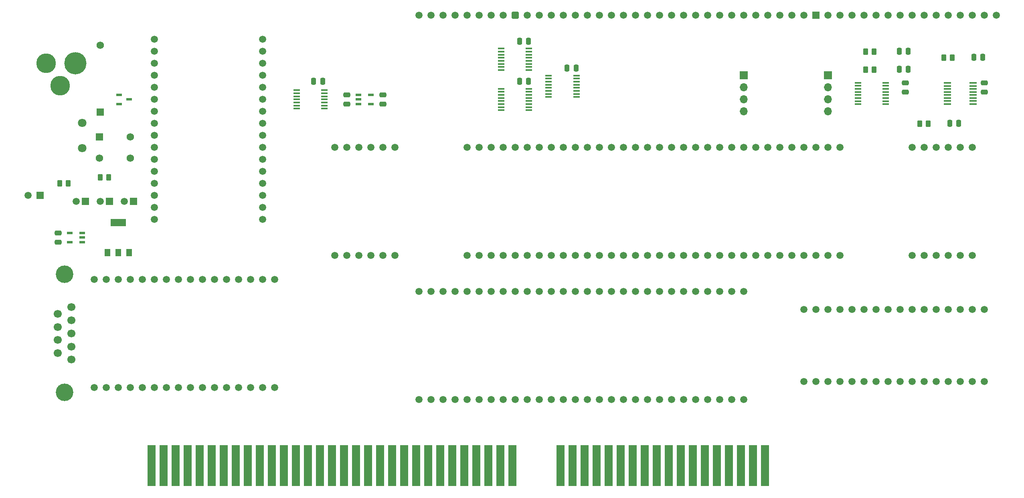
<source format=gts>
%TF.GenerationSoftware,KiCad,Pcbnew,8.0.7*%
%TF.CreationDate,2025-02-19T10:23:21+02:00*%
%TF.ProjectId,Speed,53706565-642e-46b6-9963-61645f706362,V0*%
%TF.SameCoordinates,PX3c90e1ePY37b6b20*%
%TF.FileFunction,Soldermask,Top*%
%TF.FilePolarity,Negative*%
%FSLAX46Y46*%
G04 Gerber Fmt 4.6, Leading zero omitted, Abs format (unit mm)*
G04 Created by KiCad (PCBNEW 8.0.7) date 2025-02-19 10:23:21*
%MOMM*%
%LPD*%
G01*
G04 APERTURE LIST*
G04 Aperture macros list*
%AMRoundRect*
0 Rectangle with rounded corners*
0 $1 Rounding radius*
0 $2 $3 $4 $5 $6 $7 $8 $9 X,Y pos of 4 corners*
0 Add a 4 corners polygon primitive as box body*
4,1,4,$2,$3,$4,$5,$6,$7,$8,$9,$2,$3,0*
0 Add four circle primitives for the rounded corners*
1,1,$1+$1,$2,$3*
1,1,$1+$1,$4,$5*
1,1,$1+$1,$6,$7*
1,1,$1+$1,$8,$9*
0 Add four rect primitives between the rounded corners*
20,1,$1+$1,$2,$3,$4,$5,0*
20,1,$1+$1,$4,$5,$6,$7,0*
20,1,$1+$1,$6,$7,$8,$9,0*
20,1,$1+$1,$8,$9,$2,$3,0*%
G04 Aperture macros list end*
%ADD10C,1.500000*%
%ADD11RoundRect,0.400000X-0.400000X-0.400000X0.400000X-0.400000X0.400000X0.400000X-0.400000X0.400000X0*%
%ADD12R,1.600000X1.600000*%
%ADD13C,3.700000*%
%ADD14C,1.700000*%
%ADD15C,4.700000*%
%ADD16C,4.150000*%
%ADD17R,1.700000X1.700000*%
%ADD18O,1.700000X1.700000*%
%ADD19RoundRect,0.250000X-0.250000X-0.475000X0.250000X-0.475000X0.250000X0.475000X-0.250000X0.475000X0*%
%ADD20RoundRect,0.250000X0.262500X0.450000X-0.262500X0.450000X-0.262500X-0.450000X0.262500X-0.450000X0*%
%ADD21R,1.450000X0.450000*%
%ADD22R,1.150000X0.600000*%
%ADD23C,1.800000*%
%ADD24R,1.500000X1.500000*%
%ADD25R,1.780000X8.620000*%
%ADD26RoundRect,0.250000X-0.262500X-0.450000X0.262500X-0.450000X0.262500X0.450000X-0.262500X0.450000X0*%
%ADD27RoundRect,0.250000X-0.475000X0.250000X-0.475000X-0.250000X0.475000X-0.250000X0.475000X0.250000X0*%
%ADD28RoundRect,0.250000X0.250000X0.475000X-0.250000X0.475000X-0.250000X-0.475000X0.250000X-0.475000X0*%
%ADD29R,1.575000X1.575000*%
%ADD30C,1.575000*%
%ADD31R,1.475000X0.450000*%
%ADD32R,1.200000X1.500000*%
%ADD33R,3.300000X1.500000*%
%ADD34R,1.250000X0.600000*%
%ADD35R,1.525000X0.430000*%
G04 APERTURE END LIST*
D10*
%TO.C,B3*%
X172720002Y-22860000D03*
X170180002Y-22860000D03*
X167640002Y-22860000D03*
X165100002Y-22860000D03*
X162560002Y-22860000D03*
X160020002Y-22860000D03*
X160020002Y-45720000D03*
X162560002Y-45720000D03*
X165100002Y-45720000D03*
X167640002Y-45720000D03*
X170180002Y-45720000D03*
X172720002Y-45720000D03*
%TD*%
%TO.C,B19*%
X50800002Y-22860000D03*
X48260002Y-22860000D03*
X45720002Y-22860000D03*
X43180002Y-22860000D03*
X40640002Y-22860000D03*
X38100002Y-22860000D03*
X38100002Y-45720000D03*
X40640002Y-45720000D03*
X43180002Y-45720000D03*
X45720002Y-45720000D03*
X48260002Y-45720000D03*
X50800002Y-45720000D03*
%TD*%
%TO.C,B1*%
X144780002Y-22860000D03*
X142240002Y-22860000D03*
X139700002Y-22860000D03*
X137160002Y-22860000D03*
X134620002Y-22860000D03*
X132080002Y-22860000D03*
X129540002Y-22860000D03*
X127000002Y-22860000D03*
X124460002Y-22860000D03*
X121920002Y-22860000D03*
X119380002Y-22860000D03*
X116840002Y-22860000D03*
X114300002Y-22860000D03*
X111760002Y-22860000D03*
X109220002Y-22860000D03*
X106680002Y-22860000D03*
X104140002Y-22860000D03*
X101600002Y-22860000D03*
X99060002Y-22860000D03*
X96520002Y-22860000D03*
X93980002Y-22860000D03*
X91440002Y-22860000D03*
X88900002Y-22860000D03*
X86360002Y-22860000D03*
X83820002Y-22860000D03*
X81280002Y-22860000D03*
X78740002Y-22860000D03*
X76200002Y-22860000D03*
X73660002Y-22860000D03*
X71120002Y-22860000D03*
X68580002Y-22860000D03*
X66040002Y-22860000D03*
X66040002Y-45720000D03*
X68580002Y-45720000D03*
X71120002Y-45720000D03*
X73660002Y-45720000D03*
X76200002Y-45720000D03*
X78740002Y-45720000D03*
X81280002Y-45720000D03*
X83820002Y-45720000D03*
X86360002Y-45720000D03*
X88900002Y-45720000D03*
X91440002Y-45720000D03*
X93980002Y-45720000D03*
X96520002Y-45720000D03*
X99060002Y-45720000D03*
X101600002Y-45720000D03*
X104140002Y-45720000D03*
X106680002Y-45720000D03*
X109220002Y-45720000D03*
X111760002Y-45720000D03*
X114300002Y-45720000D03*
X116840002Y-45720000D03*
X119380002Y-45720000D03*
X121920002Y-45720000D03*
X124460002Y-45720000D03*
X127000002Y-45720000D03*
X129540002Y-45720000D03*
X132080002Y-45720000D03*
X134620002Y-45720000D03*
X137160002Y-45720000D03*
X139700002Y-45720000D03*
X142240002Y-45720000D03*
X144780002Y-45720000D03*
%TD*%
%TO.C,B13*%
X55880002Y5080000D03*
X58420002Y5080000D03*
X60960002Y5080000D03*
X63500002Y5080000D03*
X66040002Y5080000D03*
X68580002Y5080000D03*
X71120002Y5080000D03*
X73660002Y5080000D03*
D11*
X76200002Y5080000D03*
D10*
X78740002Y5080000D03*
X81280002Y5080000D03*
X83820002Y5080000D03*
X86360002Y5080000D03*
X88900002Y5080000D03*
X91440002Y5080000D03*
X93980002Y5080000D03*
X96520002Y5080000D03*
X99060002Y5080000D03*
X101600002Y5080000D03*
X104140002Y5080000D03*
X106680002Y5080000D03*
X109220002Y5080000D03*
X111760002Y5080000D03*
X114300002Y5080000D03*
X116840002Y5080000D03*
X119380002Y5080000D03*
X121920002Y5080000D03*
X124460002Y5080000D03*
X127000002Y5080000D03*
X129540002Y5080000D03*
X132080002Y5080000D03*
X134620002Y5080000D03*
X137160002Y5080000D03*
D12*
X139700002Y5080000D03*
D10*
X142240002Y5080000D03*
X144780002Y5080000D03*
X147320002Y5080000D03*
X149860002Y5080000D03*
X152400002Y5080000D03*
X154940002Y5080000D03*
X157480002Y5080000D03*
X160020002Y5080000D03*
X162560002Y5080000D03*
X165100002Y5080000D03*
X167640002Y5080000D03*
X170180002Y5080000D03*
X172720002Y5080000D03*
X175260002Y5080000D03*
X177800002Y5080000D03*
%TD*%
D13*
%TO.C,B2*%
X-18922998Y-74676000D03*
D14*
X-17502998Y-67726000D03*
X-20342998Y-66340000D03*
X-17502998Y-64954000D03*
X-20342998Y-63567000D03*
X-17502998Y-62181000D03*
X-20342998Y-60795000D03*
X-17502998Y-59409000D03*
X-20342998Y-58022000D03*
X-17502998Y-56636000D03*
D13*
X-18922998Y-49686000D03*
D10*
X-12699998Y-73660000D03*
X-10159998Y-73660000D03*
X-7619998Y-73660000D03*
X-5079998Y-73660000D03*
X-2539998Y-73660000D03*
X2Y-73660000D03*
X2540002Y-73660000D03*
X5080002Y-73660000D03*
X7620002Y-73660000D03*
X10160002Y-73660000D03*
X12700002Y-73660000D03*
X15240002Y-73660000D03*
X17780002Y-73660000D03*
X20320002Y-73660000D03*
X22860002Y-73660000D03*
X25400002Y-73660000D03*
X25400002Y-50800000D03*
X22860002Y-50800000D03*
X20320002Y-50800000D03*
X17780002Y-50800000D03*
X15240002Y-50800000D03*
X12700002Y-50800000D03*
X10160002Y-50800000D03*
X7620002Y-50800000D03*
X5080002Y-50800000D03*
X2540002Y-50800000D03*
X2Y-50800000D03*
X-2539998Y-50800000D03*
X-5079998Y-50800000D03*
X-7619998Y-50800000D03*
X-10159998Y-50800000D03*
X-12699998Y-50800000D03*
%TD*%
%TO.C,B6*%
X175260002Y-57150000D03*
X172720002Y-57150000D03*
X170180002Y-57150000D03*
X167640002Y-57150000D03*
X165100002Y-57150000D03*
X162560002Y-57150000D03*
X160020002Y-57150000D03*
X157480002Y-57150000D03*
X154940002Y-57150000D03*
X152400002Y-57150000D03*
X149860002Y-57150000D03*
X147320002Y-57150000D03*
X144780002Y-57150000D03*
X142240002Y-57150000D03*
X139700002Y-57150000D03*
X137160002Y-57150000D03*
X137160002Y-72390000D03*
X139700002Y-72390000D03*
X142240002Y-72390000D03*
X144780002Y-72390000D03*
X147320002Y-72390000D03*
X149860002Y-72390000D03*
X152400002Y-72390000D03*
X154940002Y-72390000D03*
X157480002Y-72390000D03*
X160020002Y-72390000D03*
X162560002Y-72390000D03*
X165100002Y-72390000D03*
X167640002Y-72390000D03*
X170180002Y-72390000D03*
X172720002Y-72390000D03*
X175260002Y-72390000D03*
%TD*%
%TO.C,B4*%
X124460002Y-53340000D03*
X121920002Y-53340000D03*
X119380002Y-53340000D03*
X116840002Y-53340000D03*
X114300002Y-53340000D03*
X111760002Y-53340000D03*
X109220002Y-53340000D03*
X106680002Y-53340000D03*
X104140002Y-53340000D03*
X101600002Y-53340000D03*
X99060002Y-53340000D03*
X96520002Y-53340000D03*
X93980002Y-53340000D03*
X91440002Y-53340000D03*
X88900002Y-53340000D03*
X86360002Y-53340000D03*
X83820002Y-53340000D03*
X81280002Y-53340000D03*
X78740002Y-53340000D03*
X76200002Y-53340000D03*
X73660002Y-53340000D03*
X71120002Y-53340000D03*
X68580002Y-53340000D03*
X66040002Y-53340000D03*
X63500002Y-53340000D03*
X60960002Y-53340000D03*
X58420002Y-53340000D03*
X55880002Y-53340000D03*
X55880002Y-76200000D03*
X58420002Y-76200000D03*
X60960002Y-76200000D03*
X63500002Y-76200000D03*
X66040002Y-76200000D03*
X68580002Y-76200000D03*
X71120002Y-76200000D03*
X73660002Y-76200000D03*
X76200002Y-76200000D03*
X78740002Y-76200000D03*
X81280002Y-76200000D03*
X83820002Y-76200000D03*
X86360002Y-76200000D03*
X88900002Y-76200000D03*
X91440002Y-76200000D03*
X93980002Y-76200000D03*
X96520002Y-76200000D03*
X99060002Y-76200000D03*
X101600002Y-76200000D03*
X104140002Y-76200000D03*
X106680002Y-76200000D03*
X109220002Y-76200000D03*
X111760002Y-76200000D03*
X114300002Y-76200000D03*
X116840002Y-76200000D03*
X119380002Y-76200000D03*
X121920002Y-76200000D03*
X124460002Y-76200000D03*
%TD*%
%TO.C,B5*%
X2Y0D03*
X2Y-2540000D03*
X2Y-5080000D03*
X2Y-7620000D03*
X2Y-10160000D03*
X2Y-12700000D03*
X2Y-15240000D03*
X2Y-17780000D03*
X2Y-20320000D03*
X2Y-22860000D03*
X2Y-25400000D03*
X2Y-27940000D03*
X2Y-30480000D03*
X2Y-33020000D03*
X2Y-35560000D03*
X2Y-38100000D03*
X22860002Y-38100000D03*
X22860002Y-35560000D03*
X22860002Y-33020000D03*
X22860002Y-30480000D03*
X22860002Y-27940000D03*
X22860002Y-25400000D03*
X22860002Y-22860000D03*
X22860002Y-20320000D03*
X22860002Y-17780000D03*
X22860002Y-15240000D03*
X22860002Y-12700000D03*
X22860002Y-10160000D03*
X22860002Y-7620000D03*
X22860002Y-5080000D03*
X22860002Y-2540000D03*
X22860002Y0D03*
%TD*%
D15*
%TO.C,J1*%
X-16659998Y-5080000D03*
D16*
X-19859998Y-9780000D03*
X-22859998Y-5080000D03*
%TD*%
D17*
%TO.C,J4*%
X142240000Y-7620000D03*
D18*
X142240000Y-10160000D03*
X142240000Y-12700000D03*
X142240000Y-15240000D03*
%TD*%
D19*
%TO.C,C7*%
X167976002Y-17780000D03*
X169876002Y-17780000D03*
%TD*%
D20*
%TO.C,R5*%
X152042502Y-2550000D03*
X150217502Y-2550000D03*
%TD*%
D21*
%TO.C,IC8*%
X73275002Y-10425000D03*
X73275002Y-11075000D03*
X73275002Y-11725000D03*
X73275002Y-12375000D03*
X73275002Y-13025000D03*
X73275002Y-13675000D03*
X73275002Y-14325000D03*
X73275002Y-14975000D03*
X79125002Y-14975000D03*
X79125002Y-14325000D03*
X79125002Y-13675000D03*
X79125002Y-13025000D03*
X79125002Y-12375000D03*
X79125002Y-11725000D03*
X79125002Y-11075000D03*
X79125002Y-10425000D03*
%TD*%
D17*
%TO.C,J2*%
X124460000Y-7620000D03*
D18*
X124460000Y-10160000D03*
X124460000Y-12700000D03*
X124460000Y-15240000D03*
%TD*%
D22*
%TO.C,IC2*%
X43150002Y-11750000D03*
X43150002Y-12700000D03*
X43150002Y-13650000D03*
X45750002Y-13650000D03*
X45750002Y-11750000D03*
%TD*%
D23*
%TO.C,S2*%
X-15239998Y-22970000D03*
X-15239998Y-17670000D03*
%TD*%
D24*
%TO.C,C4*%
X-4349998Y-34290000D03*
D10*
X-6349998Y-34290000D03*
%TD*%
D25*
%TO.C,J3*%
X-558800Y-90169999D03*
X1981200Y-90169999D03*
X4521200Y-90169999D03*
X7061200Y-90169999D03*
X9601200Y-90169999D03*
X12141200Y-90169999D03*
X14681200Y-90169999D03*
X17221200Y-90169999D03*
X19761200Y-90169999D03*
X22301200Y-90169999D03*
X24841200Y-90169999D03*
X27381200Y-90169999D03*
X29921200Y-90169999D03*
X32461200Y-90169999D03*
X35001200Y-90169999D03*
X37541200Y-90169999D03*
X40081200Y-90169999D03*
X42621200Y-90169999D03*
X45161200Y-90169999D03*
X47701200Y-90169999D03*
X50241200Y-90169999D03*
X52781200Y-90169999D03*
X55321200Y-90169999D03*
X57861200Y-90169999D03*
X60401200Y-90169999D03*
X62941200Y-90169999D03*
X65481200Y-90169999D03*
X68021200Y-90169999D03*
X70561200Y-90169999D03*
X73101200Y-90169999D03*
X75641200Y-90169999D03*
X85801200Y-90169999D03*
X88341200Y-90169999D03*
X90881200Y-90169999D03*
X93421200Y-90169999D03*
X95961200Y-90169999D03*
X98501200Y-90169999D03*
X101041200Y-90169999D03*
X103581200Y-90169999D03*
X106121200Y-90169999D03*
X108661200Y-90169999D03*
X111201200Y-90169999D03*
X113741200Y-90169999D03*
X116281200Y-90169999D03*
X118821200Y-90169999D03*
X121361200Y-90169999D03*
X123901200Y-90169999D03*
X126441200Y-90169999D03*
X128981200Y-90169999D03*
%TD*%
D19*
%TO.C,C10*%
X173056002Y-3810000D03*
X174956002Y-3810000D03*
%TD*%
D20*
%TO.C,R2*%
X163472502Y-17790000D03*
X161647502Y-17790000D03*
%TD*%
D19*
%TO.C,C9*%
X157316002Y-2540000D03*
X159216002Y-2540000D03*
%TD*%
D26*
%TO.C,R3*%
X-19962498Y-30470000D03*
X-18137498Y-30470000D03*
%TD*%
D27*
%TO.C,C15*%
X158623000Y-9226000D03*
X158623000Y-11126000D03*
%TD*%
D24*
%TO.C,C5*%
X-14509998Y-34290000D03*
D10*
X-16509998Y-34290000D03*
%TD*%
D27*
%TO.C,C12*%
X175260000Y-9226000D03*
X175260000Y-11126000D03*
%TD*%
D28*
%TO.C,C14*%
X79039000Y-381000D03*
X77139000Y-381000D03*
%TD*%
D21*
%TO.C,IC7*%
X73271000Y-1927000D03*
X73271000Y-2577000D03*
X73271000Y-3227000D03*
X73271000Y-3877000D03*
X73271000Y-4527000D03*
X73271000Y-5177000D03*
X73271000Y-5827000D03*
X73271000Y-6477000D03*
X79121000Y-6477000D03*
X79121000Y-5827000D03*
X79121000Y-5177000D03*
X79121000Y-4527000D03*
X79121000Y-3877000D03*
X79121000Y-3227000D03*
X79121000Y-2577000D03*
X79121000Y-1927000D03*
%TD*%
D27*
%TO.C,C6*%
X-20319998Y-40976000D03*
X-20319998Y-42876000D03*
%TD*%
D24*
%TO.C,C3*%
X-9429998Y-34290000D03*
D10*
X-11429998Y-34290000D03*
%TD*%
D28*
%TO.C,C16*%
X89072000Y-6096000D03*
X87172000Y-6096000D03*
%TD*%
D22*
%TO.C,IC1*%
X-15209998Y-42860000D03*
X-15209998Y-41910000D03*
X-15209998Y-40960000D03*
X-17809998Y-40960000D03*
X-17809998Y-42860000D03*
%TD*%
D28*
%TO.C,C11*%
X79039002Y-8890000D03*
X77139002Y-8890000D03*
%TD*%
D29*
%TO.C,S1*%
X-11579998Y-20610000D03*
D30*
X-5079998Y-20610000D03*
X-11579998Y-25110000D03*
X-5079998Y-25110000D03*
%TD*%
D19*
%TO.C,C8*%
X157316002Y-6350000D03*
X159216002Y-6350000D03*
%TD*%
D27*
%TO.C,C1*%
X40640002Y-11766000D03*
X40640002Y-13666000D03*
%TD*%
D31*
%TO.C,IC9*%
X83295000Y-7631000D03*
X83295000Y-8281000D03*
X83295000Y-8931000D03*
X83295000Y-9581000D03*
X83295000Y-10231000D03*
X83295000Y-10881000D03*
X83295000Y-11531000D03*
X83295000Y-12181000D03*
X89171000Y-12181000D03*
X89171000Y-11531000D03*
X89171000Y-10881000D03*
X89171000Y-10231000D03*
X89171000Y-9581000D03*
X89171000Y-8931000D03*
X89171000Y-8281000D03*
X89171000Y-7631000D03*
%TD*%
D32*
%TO.C,IC3*%
X-9919998Y-45110000D03*
X-7619998Y-45110000D03*
X-5319998Y-45110000D03*
D33*
X-7619998Y-38710000D03*
%TD*%
D31*
%TO.C,IC6*%
X30082002Y-10750000D03*
X30082002Y-11400000D03*
X30082002Y-12050000D03*
X30082002Y-12700000D03*
X30082002Y-13350000D03*
X30082002Y-14000000D03*
X30082002Y-14650000D03*
X35958002Y-14650000D03*
X35958002Y-14000000D03*
X35958002Y-13350000D03*
X35958002Y-12700000D03*
X35958002Y-12050000D03*
X35958002Y-11400000D03*
X35958002Y-10750000D03*
%TD*%
D26*
%TO.C,R1*%
X-11429998Y-29210000D03*
X-9604998Y-29210000D03*
%TD*%
D34*
%TO.C,IC4*%
X-7399998Y-11750000D03*
X-7399998Y-13650000D03*
X-5299998Y-12700000D03*
%TD*%
D20*
%TO.C,R4*%
X152042502Y-6360000D03*
X150217502Y-6360000D03*
%TD*%
D27*
%TO.C,C2*%
X48260002Y-11766000D03*
X48260002Y-13666000D03*
%TD*%
D35*
%TO.C,IC10*%
X167468002Y-9208000D03*
X167468002Y-9842000D03*
X167468002Y-10478000D03*
X167468002Y-11112000D03*
X167468002Y-11748000D03*
X167468002Y-12382000D03*
X167468002Y-13018000D03*
X167468002Y-13652000D03*
X172892002Y-13652000D03*
X172892002Y-13018000D03*
X172892002Y-12382000D03*
X172892002Y-11748000D03*
X172892002Y-11112000D03*
X172892002Y-10478000D03*
X172892002Y-9842000D03*
X172892002Y-9208000D03*
%TD*%
D29*
%TO.C,D1*%
X-11429998Y-15370000D03*
D30*
X-11429998Y-1270000D03*
%TD*%
D28*
%TO.C,C13*%
X35560002Y-8890000D03*
X33660002Y-8890000D03*
%TD*%
D24*
%TO.C,LED2*%
X-24129998Y-33020000D03*
D10*
X-26669998Y-33020000D03*
%TD*%
D20*
%TO.C,R6*%
X168552502Y-3820000D03*
X166727502Y-3820000D03*
%TD*%
D21*
%TO.C,IC5*%
X148590002Y-9155000D03*
X148590002Y-9805000D03*
X148590002Y-10455000D03*
X148590002Y-11105000D03*
X148590002Y-11755000D03*
X148590002Y-12405000D03*
X148590002Y-13055000D03*
X148590002Y-13705000D03*
X154440002Y-13705000D03*
X154440002Y-13055000D03*
X154440002Y-12405000D03*
X154440002Y-11755000D03*
X154440002Y-11105000D03*
X154440002Y-10455000D03*
X154440002Y-9805000D03*
X154440002Y-9155000D03*
%TD*%
M02*

</source>
